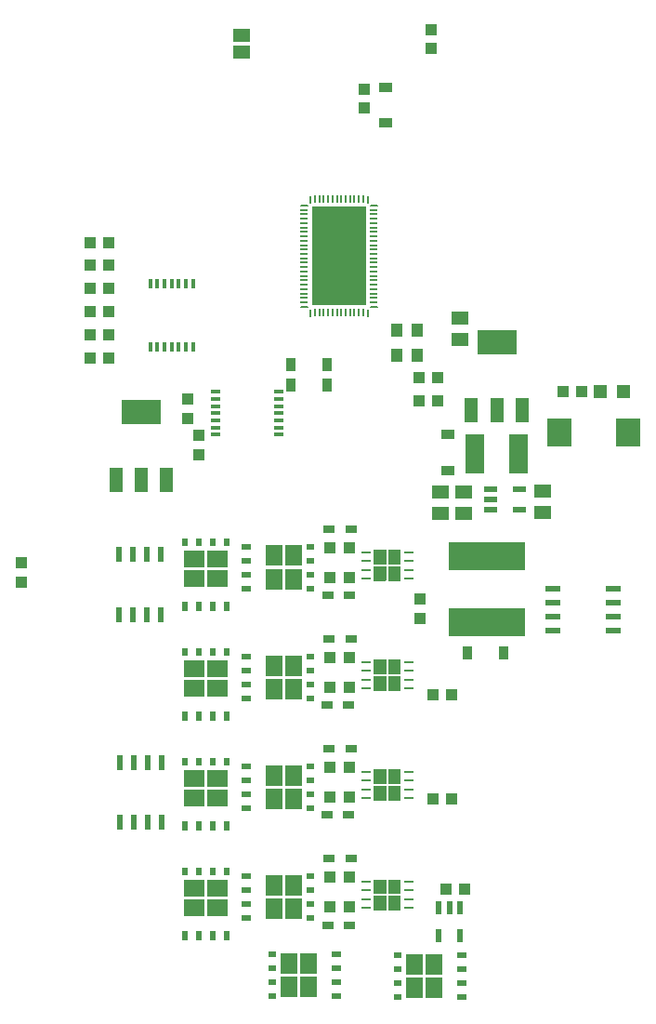
<source format=gbr>
G04 EAGLE Gerber RS-274X export*
G75*
%MOMM*%
%FSLAX34Y34*%
%LPD*%
%INSolderpaste Top*%
%IPPOS*%
%AMOC8*
5,1,8,0,0,1.08239X$1,22.5*%
G01*
%ADD10C,0.152400*%
%ADD11R,0.152400X0.754800*%
%ADD12R,0.754800X0.152400*%
%ADD13R,5.003800X8.991600*%
%ADD14R,0.850000X0.500000*%
%ADD15R,0.762000X0.508000*%
%ADD16R,1.524000X1.905000*%
%ADD17R,0.500000X0.850000*%
%ADD18R,0.508000X0.762000*%
%ADD19R,1.905000X1.524000*%
%ADD20R,1.500000X1.300000*%
%ADD21R,0.812800X0.254000*%
%ADD22R,1.000000X1.100000*%
%ADD23R,1.200000X0.550000*%
%ADD24R,1.220000X0.910000*%
%ADD25R,1.800000X3.600000*%
%ADD26R,1.100000X1.300000*%
%ADD27R,1.200000X1.200000*%
%ADD28R,0.550000X1.200000*%
%ADD29R,0.910000X1.220000*%
%ADD30R,1.100000X1.000000*%
%ADD31R,7.000000X2.500000*%
%ADD32R,1.600200X1.168400*%
%ADD33R,1.454900X0.542600*%
%ADD34R,2.310000X2.520000*%
%ADD35R,0.558800X1.460500*%
%ADD36R,0.350000X0.900000*%
%ADD37R,0.900000X0.350000*%
%ADD38R,1.219200X2.235200*%
%ADD39R,3.600000X2.200000*%
%ADD40R,1.000000X0.800000*%

G36*
X349002Y-591125D02*
X349002Y-591125D01*
X349004Y-591126D01*
X349047Y-591106D01*
X349091Y-591088D01*
X349091Y-591086D01*
X349093Y-591085D01*
X349126Y-591000D01*
X349126Y-578014D01*
X349125Y-578012D01*
X349126Y-578010D01*
X349106Y-577967D01*
X349088Y-577923D01*
X349086Y-577923D01*
X349085Y-577921D01*
X349000Y-577888D01*
X338046Y-577888D01*
X338044Y-577889D01*
X338042Y-577888D01*
X337999Y-577908D01*
X337955Y-577926D01*
X337955Y-577928D01*
X337953Y-577929D01*
X337920Y-578014D01*
X337920Y-591000D01*
X337921Y-591002D01*
X337920Y-591004D01*
X337940Y-591047D01*
X337958Y-591091D01*
X337960Y-591091D01*
X337961Y-591093D01*
X338046Y-591126D01*
X349000Y-591126D01*
X349002Y-591125D01*
G37*
G36*
X361956Y-591125D02*
X361956Y-591125D01*
X361958Y-591126D01*
X362001Y-591106D01*
X362045Y-591088D01*
X362045Y-591086D01*
X362047Y-591085D01*
X362080Y-591000D01*
X362080Y-578014D01*
X362079Y-578012D01*
X362080Y-578010D01*
X362060Y-577967D01*
X362042Y-577923D01*
X362040Y-577923D01*
X362039Y-577921D01*
X361954Y-577888D01*
X351000Y-577888D01*
X350998Y-577889D01*
X350996Y-577888D01*
X350953Y-577908D01*
X350909Y-577926D01*
X350909Y-577928D01*
X350907Y-577929D01*
X350874Y-578014D01*
X350874Y-591000D01*
X350875Y-591002D01*
X350874Y-591004D01*
X350894Y-591047D01*
X350912Y-591091D01*
X350914Y-591091D01*
X350915Y-591093D01*
X351000Y-591126D01*
X361954Y-591126D01*
X361956Y-591125D01*
G37*
G36*
X349002Y-606111D02*
X349002Y-606111D01*
X349004Y-606112D01*
X349047Y-606092D01*
X349091Y-606074D01*
X349091Y-606072D01*
X349093Y-606071D01*
X349126Y-605986D01*
X349126Y-593000D01*
X349125Y-592998D01*
X349126Y-592996D01*
X349106Y-592953D01*
X349088Y-592909D01*
X349086Y-592909D01*
X349085Y-592907D01*
X349000Y-592874D01*
X338046Y-592874D01*
X338044Y-592875D01*
X338042Y-592874D01*
X337999Y-592894D01*
X337955Y-592912D01*
X337955Y-592914D01*
X337953Y-592915D01*
X337920Y-593000D01*
X337920Y-605986D01*
X337921Y-605988D01*
X337920Y-605990D01*
X337940Y-606033D01*
X337958Y-606077D01*
X337960Y-606077D01*
X337961Y-606079D01*
X338046Y-606112D01*
X349000Y-606112D01*
X349002Y-606111D01*
G37*
G36*
X361956Y-606111D02*
X361956Y-606111D01*
X361958Y-606112D01*
X362001Y-606092D01*
X362045Y-606074D01*
X362045Y-606072D01*
X362047Y-606071D01*
X362080Y-605986D01*
X362080Y-593000D01*
X362079Y-592998D01*
X362080Y-592996D01*
X362060Y-592953D01*
X362042Y-592909D01*
X362040Y-592909D01*
X362039Y-592907D01*
X361954Y-592874D01*
X351000Y-592874D01*
X350998Y-592875D01*
X350996Y-592874D01*
X350953Y-592894D01*
X350909Y-592912D01*
X350909Y-592914D01*
X350907Y-592915D01*
X350874Y-593000D01*
X350874Y-605986D01*
X350875Y-605988D01*
X350874Y-605990D01*
X350894Y-606033D01*
X350912Y-606077D01*
X350914Y-606077D01*
X350915Y-606079D01*
X351000Y-606112D01*
X361954Y-606112D01*
X361956Y-606111D01*
G37*
G36*
X349002Y-691125D02*
X349002Y-691125D01*
X349004Y-691126D01*
X349047Y-691106D01*
X349091Y-691088D01*
X349091Y-691086D01*
X349093Y-691085D01*
X349126Y-691000D01*
X349126Y-678014D01*
X349125Y-678012D01*
X349126Y-678010D01*
X349106Y-677967D01*
X349088Y-677923D01*
X349086Y-677923D01*
X349085Y-677921D01*
X349000Y-677888D01*
X338046Y-677888D01*
X338044Y-677889D01*
X338042Y-677888D01*
X337999Y-677908D01*
X337955Y-677926D01*
X337955Y-677928D01*
X337953Y-677929D01*
X337920Y-678014D01*
X337920Y-691000D01*
X337921Y-691002D01*
X337920Y-691004D01*
X337940Y-691047D01*
X337958Y-691091D01*
X337960Y-691091D01*
X337961Y-691093D01*
X338046Y-691126D01*
X349000Y-691126D01*
X349002Y-691125D01*
G37*
G36*
X361956Y-691125D02*
X361956Y-691125D01*
X361958Y-691126D01*
X362001Y-691106D01*
X362045Y-691088D01*
X362045Y-691086D01*
X362047Y-691085D01*
X362080Y-691000D01*
X362080Y-678014D01*
X362079Y-678012D01*
X362080Y-678010D01*
X362060Y-677967D01*
X362042Y-677923D01*
X362040Y-677923D01*
X362039Y-677921D01*
X361954Y-677888D01*
X351000Y-677888D01*
X350998Y-677889D01*
X350996Y-677888D01*
X350953Y-677908D01*
X350909Y-677926D01*
X350909Y-677928D01*
X350907Y-677929D01*
X350874Y-678014D01*
X350874Y-691000D01*
X350875Y-691002D01*
X350874Y-691004D01*
X350894Y-691047D01*
X350912Y-691091D01*
X350914Y-691091D01*
X350915Y-691093D01*
X351000Y-691126D01*
X361954Y-691126D01*
X361956Y-691125D01*
G37*
G36*
X361956Y-706111D02*
X361956Y-706111D01*
X361958Y-706112D01*
X362001Y-706092D01*
X362045Y-706074D01*
X362045Y-706072D01*
X362047Y-706071D01*
X362080Y-705986D01*
X362080Y-693000D01*
X362079Y-692998D01*
X362080Y-692996D01*
X362060Y-692953D01*
X362042Y-692909D01*
X362040Y-692909D01*
X362039Y-692907D01*
X361954Y-692874D01*
X351000Y-692874D01*
X350998Y-692875D01*
X350996Y-692874D01*
X350953Y-692894D01*
X350909Y-692912D01*
X350909Y-692914D01*
X350907Y-692915D01*
X350874Y-693000D01*
X350874Y-705986D01*
X350875Y-705988D01*
X350874Y-705990D01*
X350894Y-706033D01*
X350912Y-706077D01*
X350914Y-706077D01*
X350915Y-706079D01*
X351000Y-706112D01*
X361954Y-706112D01*
X361956Y-706111D01*
G37*
G36*
X349002Y-706111D02*
X349002Y-706111D01*
X349004Y-706112D01*
X349047Y-706092D01*
X349091Y-706074D01*
X349091Y-706072D01*
X349093Y-706071D01*
X349126Y-705986D01*
X349126Y-693000D01*
X349125Y-692998D01*
X349126Y-692996D01*
X349106Y-692953D01*
X349088Y-692909D01*
X349086Y-692909D01*
X349085Y-692907D01*
X349000Y-692874D01*
X338046Y-692874D01*
X338044Y-692875D01*
X338042Y-692874D01*
X337999Y-692894D01*
X337955Y-692912D01*
X337955Y-692914D01*
X337953Y-692915D01*
X337920Y-693000D01*
X337920Y-705986D01*
X337921Y-705988D01*
X337920Y-705990D01*
X337940Y-706033D01*
X337958Y-706077D01*
X337960Y-706077D01*
X337961Y-706079D01*
X338046Y-706112D01*
X349000Y-706112D01*
X349002Y-706111D01*
G37*
G36*
X349002Y-791125D02*
X349002Y-791125D01*
X349004Y-791126D01*
X349047Y-791106D01*
X349091Y-791088D01*
X349091Y-791086D01*
X349093Y-791085D01*
X349126Y-791000D01*
X349126Y-778014D01*
X349125Y-778012D01*
X349126Y-778010D01*
X349106Y-777967D01*
X349088Y-777923D01*
X349086Y-777923D01*
X349085Y-777921D01*
X349000Y-777888D01*
X338046Y-777888D01*
X338044Y-777889D01*
X338042Y-777888D01*
X337999Y-777908D01*
X337955Y-777926D01*
X337955Y-777928D01*
X337953Y-777929D01*
X337920Y-778014D01*
X337920Y-791000D01*
X337921Y-791002D01*
X337920Y-791004D01*
X337940Y-791047D01*
X337958Y-791091D01*
X337960Y-791091D01*
X337961Y-791093D01*
X338046Y-791126D01*
X349000Y-791126D01*
X349002Y-791125D01*
G37*
G36*
X361956Y-791125D02*
X361956Y-791125D01*
X361958Y-791126D01*
X362001Y-791106D01*
X362045Y-791088D01*
X362045Y-791086D01*
X362047Y-791085D01*
X362080Y-791000D01*
X362080Y-778014D01*
X362079Y-778012D01*
X362080Y-778010D01*
X362060Y-777967D01*
X362042Y-777923D01*
X362040Y-777923D01*
X362039Y-777921D01*
X361954Y-777888D01*
X351000Y-777888D01*
X350998Y-777889D01*
X350996Y-777888D01*
X350953Y-777908D01*
X350909Y-777926D01*
X350909Y-777928D01*
X350907Y-777929D01*
X350874Y-778014D01*
X350874Y-791000D01*
X350875Y-791002D01*
X350874Y-791004D01*
X350894Y-791047D01*
X350912Y-791091D01*
X350914Y-791091D01*
X350915Y-791093D01*
X351000Y-791126D01*
X361954Y-791126D01*
X361956Y-791125D01*
G37*
G36*
X349002Y-806111D02*
X349002Y-806111D01*
X349004Y-806112D01*
X349047Y-806092D01*
X349091Y-806074D01*
X349091Y-806072D01*
X349093Y-806071D01*
X349126Y-805986D01*
X349126Y-793000D01*
X349125Y-792998D01*
X349126Y-792996D01*
X349106Y-792953D01*
X349088Y-792909D01*
X349086Y-792909D01*
X349085Y-792907D01*
X349000Y-792874D01*
X338046Y-792874D01*
X338044Y-792875D01*
X338042Y-792874D01*
X337999Y-792894D01*
X337955Y-792912D01*
X337955Y-792914D01*
X337953Y-792915D01*
X337920Y-793000D01*
X337920Y-805986D01*
X337921Y-805988D01*
X337920Y-805990D01*
X337940Y-806033D01*
X337958Y-806077D01*
X337960Y-806077D01*
X337961Y-806079D01*
X338046Y-806112D01*
X349000Y-806112D01*
X349002Y-806111D01*
G37*
G36*
X361956Y-806111D02*
X361956Y-806111D01*
X361958Y-806112D01*
X362001Y-806092D01*
X362045Y-806074D01*
X362045Y-806072D01*
X362047Y-806071D01*
X362080Y-805986D01*
X362080Y-793000D01*
X362079Y-792998D01*
X362080Y-792996D01*
X362060Y-792953D01*
X362042Y-792909D01*
X362040Y-792909D01*
X362039Y-792907D01*
X361954Y-792874D01*
X351000Y-792874D01*
X350998Y-792875D01*
X350996Y-792874D01*
X350953Y-792894D01*
X350909Y-792912D01*
X350909Y-792914D01*
X350907Y-792915D01*
X350874Y-793000D01*
X350874Y-805986D01*
X350875Y-805988D01*
X350874Y-805990D01*
X350894Y-806033D01*
X350912Y-806077D01*
X350914Y-806077D01*
X350915Y-806079D01*
X351000Y-806112D01*
X361954Y-806112D01*
X361956Y-806111D01*
G37*
G36*
X349002Y-891125D02*
X349002Y-891125D01*
X349004Y-891126D01*
X349047Y-891106D01*
X349091Y-891088D01*
X349091Y-891086D01*
X349093Y-891085D01*
X349126Y-891000D01*
X349126Y-878014D01*
X349125Y-878012D01*
X349126Y-878010D01*
X349106Y-877967D01*
X349088Y-877923D01*
X349086Y-877923D01*
X349085Y-877921D01*
X349000Y-877888D01*
X338046Y-877888D01*
X338044Y-877889D01*
X338042Y-877888D01*
X337999Y-877908D01*
X337955Y-877926D01*
X337955Y-877928D01*
X337953Y-877929D01*
X337920Y-878014D01*
X337920Y-891000D01*
X337921Y-891002D01*
X337920Y-891004D01*
X337940Y-891047D01*
X337958Y-891091D01*
X337960Y-891091D01*
X337961Y-891093D01*
X338046Y-891126D01*
X349000Y-891126D01*
X349002Y-891125D01*
G37*
G36*
X361956Y-891125D02*
X361956Y-891125D01*
X361958Y-891126D01*
X362001Y-891106D01*
X362045Y-891088D01*
X362045Y-891086D01*
X362047Y-891085D01*
X362080Y-891000D01*
X362080Y-878014D01*
X362079Y-878012D01*
X362080Y-878010D01*
X362060Y-877967D01*
X362042Y-877923D01*
X362040Y-877923D01*
X362039Y-877921D01*
X361954Y-877888D01*
X351000Y-877888D01*
X350998Y-877889D01*
X350996Y-877888D01*
X350953Y-877908D01*
X350909Y-877926D01*
X350909Y-877928D01*
X350907Y-877929D01*
X350874Y-878014D01*
X350874Y-891000D01*
X350875Y-891002D01*
X350874Y-891004D01*
X350894Y-891047D01*
X350912Y-891091D01*
X350914Y-891091D01*
X350915Y-891093D01*
X351000Y-891126D01*
X361954Y-891126D01*
X361956Y-891125D01*
G37*
G36*
X349002Y-906111D02*
X349002Y-906111D01*
X349004Y-906112D01*
X349047Y-906092D01*
X349091Y-906074D01*
X349091Y-906072D01*
X349093Y-906071D01*
X349126Y-905986D01*
X349126Y-893000D01*
X349125Y-892998D01*
X349126Y-892996D01*
X349106Y-892953D01*
X349088Y-892909D01*
X349086Y-892909D01*
X349085Y-892907D01*
X349000Y-892874D01*
X338046Y-892874D01*
X338044Y-892875D01*
X338042Y-892874D01*
X337999Y-892894D01*
X337955Y-892912D01*
X337955Y-892914D01*
X337953Y-892915D01*
X337920Y-893000D01*
X337920Y-905986D01*
X337921Y-905988D01*
X337920Y-905990D01*
X337940Y-906033D01*
X337958Y-906077D01*
X337960Y-906077D01*
X337961Y-906079D01*
X338046Y-906112D01*
X349000Y-906112D01*
X349002Y-906111D01*
G37*
G36*
X361956Y-906111D02*
X361956Y-906111D01*
X361958Y-906112D01*
X362001Y-906092D01*
X362045Y-906074D01*
X362045Y-906072D01*
X362047Y-906071D01*
X362080Y-905986D01*
X362080Y-893000D01*
X362079Y-892998D01*
X362080Y-892996D01*
X362060Y-892953D01*
X362042Y-892909D01*
X362040Y-892909D01*
X362039Y-892907D01*
X361954Y-892874D01*
X351000Y-892874D01*
X350998Y-892875D01*
X350996Y-892874D01*
X350953Y-892894D01*
X350909Y-892912D01*
X350909Y-892914D01*
X350907Y-892915D01*
X350874Y-893000D01*
X350874Y-905986D01*
X350875Y-905988D01*
X350874Y-905990D01*
X350894Y-906033D01*
X350912Y-906077D01*
X350914Y-906077D01*
X350915Y-906079D01*
X351000Y-906112D01*
X361954Y-906112D01*
X361956Y-906111D01*
G37*
D10*
X332200Y-255763D02*
X332200Y-261787D01*
D11*
X328200Y-258775D03*
X324200Y-258775D03*
X320200Y-258775D03*
X316200Y-258775D03*
X312200Y-258775D03*
X308200Y-258775D03*
X304200Y-258775D03*
X300200Y-258775D03*
X296200Y-258775D03*
X292200Y-258775D03*
X288200Y-258775D03*
X284200Y-258775D03*
D10*
X280200Y-255763D02*
X280200Y-261787D01*
X277426Y-264500D02*
X271402Y-264500D01*
D12*
X274414Y-268500D03*
X274414Y-272500D03*
X274414Y-276500D03*
X274414Y-280500D03*
X274414Y-284500D03*
X274414Y-288500D03*
X274414Y-292500D03*
X274414Y-296500D03*
X274414Y-300500D03*
X274414Y-304500D03*
X274414Y-308500D03*
X274414Y-312500D03*
X274414Y-316500D03*
X274414Y-320500D03*
X274414Y-324500D03*
X274414Y-328500D03*
X274414Y-332500D03*
X274414Y-336500D03*
X274414Y-340500D03*
X274414Y-344500D03*
X274414Y-348500D03*
X274414Y-352500D03*
D10*
X277426Y-356500D02*
X271402Y-356500D01*
X280200Y-359213D02*
X280200Y-365237D01*
D11*
X284200Y-362225D03*
X288200Y-362225D03*
X292200Y-362225D03*
X296200Y-362225D03*
X300200Y-362225D03*
X304200Y-362225D03*
X308200Y-362225D03*
X312200Y-362225D03*
X316200Y-362225D03*
X320200Y-362225D03*
X324200Y-362225D03*
X328200Y-362225D03*
D10*
X332200Y-359213D02*
X332200Y-365237D01*
X334974Y-356500D02*
X340998Y-356500D01*
D12*
X337986Y-352500D03*
X337986Y-348500D03*
X337986Y-344500D03*
X337986Y-340500D03*
X337986Y-336500D03*
X337986Y-332500D03*
X337986Y-328500D03*
X337986Y-324500D03*
X337986Y-320500D03*
X337986Y-316500D03*
X337986Y-312500D03*
X337986Y-308500D03*
X337986Y-304500D03*
X337986Y-300500D03*
X337986Y-296500D03*
X337986Y-292500D03*
X337986Y-288500D03*
X337986Y-284500D03*
X337986Y-280500D03*
X337986Y-276500D03*
X337986Y-272500D03*
X337986Y-268500D03*
D10*
X340998Y-264500D02*
X334974Y-264500D01*
D13*
X306200Y-310500D03*
D14*
X222000Y-874950D03*
X222000Y-887650D03*
X222000Y-900350D03*
X222000Y-913050D03*
D15*
X280210Y-874950D03*
X280210Y-887650D03*
X280210Y-900350D03*
X280210Y-913050D03*
D16*
X264970Y-883205D03*
X264970Y-904795D03*
X247190Y-904795D03*
X247190Y-883205D03*
D17*
X165950Y-929000D03*
X178650Y-929000D03*
X191350Y-929000D03*
X204050Y-929000D03*
D18*
X165950Y-870790D03*
X178650Y-870790D03*
X191350Y-870790D03*
X204050Y-870790D03*
D19*
X174205Y-886030D03*
X195795Y-886030D03*
X195795Y-903810D03*
X174205Y-903810D03*
D17*
X165950Y-829000D03*
X178650Y-829000D03*
X191350Y-829000D03*
X204050Y-829000D03*
D18*
X165950Y-770790D03*
X178650Y-770790D03*
X191350Y-770790D03*
X204050Y-770790D03*
D19*
X174205Y-786030D03*
X195795Y-786030D03*
X195795Y-803810D03*
X174205Y-803810D03*
D14*
X222000Y-774950D03*
X222000Y-787650D03*
X222000Y-800350D03*
X222000Y-813050D03*
D15*
X280210Y-774950D03*
X280210Y-787650D03*
X280210Y-800350D03*
X280210Y-813050D03*
D16*
X264970Y-783205D03*
X264970Y-804795D03*
X247190Y-804795D03*
X247190Y-783205D03*
D14*
X222000Y-674950D03*
X222000Y-687650D03*
X222000Y-700350D03*
X222000Y-713050D03*
D15*
X280210Y-674950D03*
X280210Y-687650D03*
X280210Y-700350D03*
X280210Y-713050D03*
D16*
X264970Y-683205D03*
X264970Y-704795D03*
X247190Y-704795D03*
X247190Y-683205D03*
D14*
X222000Y-574950D03*
X222000Y-587650D03*
X222000Y-600350D03*
X222000Y-613050D03*
D15*
X280210Y-574950D03*
X280210Y-587650D03*
X280210Y-600350D03*
X280210Y-613050D03*
D16*
X264970Y-583205D03*
X264970Y-604795D03*
X247190Y-604795D03*
X247190Y-583205D03*
D17*
X165950Y-629000D03*
X178650Y-629000D03*
X191350Y-629000D03*
X204050Y-629000D03*
D18*
X165950Y-570790D03*
X178650Y-570790D03*
X191350Y-570790D03*
X204050Y-570790D03*
D19*
X174205Y-586030D03*
X195795Y-586030D03*
X195795Y-603810D03*
X174205Y-603810D03*
D17*
X165950Y-729000D03*
X178650Y-729000D03*
X191350Y-729000D03*
X204050Y-729000D03*
D18*
X165950Y-670790D03*
X178650Y-670790D03*
X191350Y-670790D03*
X204050Y-670790D03*
D19*
X174205Y-686030D03*
X195795Y-686030D03*
X195795Y-703810D03*
X174205Y-703810D03*
D14*
X303750Y-984300D03*
X303750Y-971600D03*
X303750Y-958900D03*
X303750Y-946200D03*
D15*
X245540Y-984300D03*
X245540Y-971600D03*
X245540Y-958900D03*
X245540Y-946200D03*
D16*
X260780Y-976045D03*
X260780Y-954455D03*
X278560Y-954455D03*
X278560Y-976045D03*
D14*
X417750Y-984800D03*
X417750Y-972100D03*
X417750Y-959400D03*
X417750Y-946700D03*
D15*
X359540Y-984800D03*
X359540Y-972100D03*
X359540Y-959400D03*
X359540Y-946700D03*
D16*
X374780Y-976545D03*
X374780Y-954955D03*
X392560Y-954955D03*
X392560Y-976545D03*
D20*
X416000Y-386000D03*
X416000Y-367000D03*
D21*
X369431Y-604000D03*
X369431Y-596000D03*
X369431Y-588000D03*
X369431Y-580000D03*
X330569Y-580000D03*
X330569Y-588000D03*
X330569Y-596000D03*
X330569Y-604000D03*
D22*
X379750Y-640000D03*
X379750Y-623000D03*
D23*
X444500Y-522750D03*
X444500Y-532250D03*
X444500Y-541750D03*
X470500Y-541750D03*
X470500Y-522750D03*
D24*
X405000Y-505875D03*
X405000Y-473125D03*
D20*
X420000Y-544500D03*
X420000Y-525500D03*
X398250Y-525500D03*
X398250Y-544500D03*
D25*
X470000Y-490500D03*
X430000Y-490500D03*
D22*
X79000Y-340000D03*
X96000Y-340000D03*
X79000Y-319000D03*
X96000Y-319000D03*
X395750Y-442500D03*
X378750Y-442500D03*
D26*
X377500Y-400750D03*
X377500Y-377750D03*
X358500Y-377750D03*
X358500Y-400750D03*
D27*
X565500Y-433500D03*
X544500Y-433500D03*
D22*
X527500Y-433500D03*
X510500Y-433500D03*
X79000Y-403000D03*
X96000Y-403000D03*
X79000Y-382000D03*
X96000Y-382000D03*
X79000Y-361000D03*
X96000Y-361000D03*
D28*
X416250Y-903500D03*
X406750Y-903500D03*
X397250Y-903500D03*
X397250Y-929500D03*
X416250Y-929500D03*
D22*
X395750Y-421500D03*
X378750Y-421500D03*
D29*
X295375Y-409000D03*
X262625Y-409000D03*
D20*
X491750Y-543750D03*
X491750Y-524750D03*
D22*
X79000Y-298000D03*
X96000Y-298000D03*
D24*
X349000Y-156625D03*
X349000Y-189375D03*
D30*
X329000Y-175500D03*
X329000Y-158500D03*
D31*
X440750Y-643750D03*
X440750Y-583750D03*
D32*
X217500Y-109630D03*
X217500Y-124870D03*
D22*
X298250Y-575750D03*
X315250Y-575750D03*
X298250Y-602750D03*
X315250Y-602750D03*
D21*
X369431Y-704000D03*
X369431Y-696000D03*
X369431Y-688000D03*
X369431Y-680000D03*
X330569Y-680000D03*
X330569Y-688000D03*
X330569Y-696000D03*
X330569Y-704000D03*
D30*
X408500Y-709750D03*
X391500Y-709750D03*
D22*
X298250Y-675750D03*
X315250Y-675750D03*
X298250Y-702750D03*
X315250Y-702750D03*
D21*
X369431Y-804000D03*
X369431Y-796000D03*
X369431Y-788000D03*
X369431Y-780000D03*
X330569Y-780000D03*
X330569Y-788000D03*
X330569Y-796000D03*
X330569Y-804000D03*
D30*
X408500Y-804500D03*
X391500Y-804500D03*
D22*
X298250Y-775750D03*
X315250Y-775750D03*
X298250Y-802750D03*
X315250Y-802750D03*
D21*
X369431Y-904000D03*
X369431Y-896000D03*
X369431Y-888000D03*
X369431Y-880000D03*
X330569Y-880000D03*
X330569Y-888000D03*
X330569Y-896000D03*
X330569Y-904000D03*
D30*
X421000Y-886500D03*
X404000Y-886500D03*
D22*
X298250Y-875750D03*
X315250Y-875750D03*
X298250Y-902750D03*
X315250Y-902750D03*
D33*
X555713Y-651050D03*
X555713Y-638350D03*
X555713Y-625650D03*
X555713Y-612950D03*
X501287Y-612950D03*
X501287Y-625650D03*
X501287Y-638350D03*
X501287Y-651050D03*
D30*
X390500Y-121500D03*
X390500Y-104500D03*
D29*
X455875Y-671750D03*
X423125Y-671750D03*
D34*
X507250Y-471250D03*
X569250Y-471250D03*
D35*
X144050Y-582259D03*
X131350Y-582259D03*
X118650Y-582259D03*
X105950Y-582259D03*
X105950Y-636742D03*
X118650Y-636742D03*
X131350Y-636742D03*
X144050Y-636742D03*
X144550Y-771259D03*
X131850Y-771259D03*
X119150Y-771259D03*
X106450Y-771259D03*
X106450Y-825742D03*
X119150Y-825742D03*
X131850Y-825742D03*
X144550Y-825742D03*
D30*
X168000Y-458000D03*
X168000Y-441000D03*
D36*
X173000Y-335250D03*
X166500Y-335250D03*
X160000Y-335250D03*
X153500Y-335250D03*
X147000Y-335250D03*
X140500Y-335250D03*
X134000Y-335250D03*
X134000Y-392750D03*
X140500Y-392750D03*
X147000Y-392750D03*
X153500Y-392750D03*
X160000Y-392750D03*
X166500Y-392750D03*
X173000Y-392750D03*
D37*
X193750Y-434000D03*
X193750Y-440500D03*
X193750Y-447000D03*
X193750Y-453500D03*
X193750Y-460000D03*
X193750Y-466500D03*
X193750Y-473000D03*
X251250Y-473000D03*
X251250Y-466500D03*
X251250Y-460000D03*
X251250Y-453500D03*
X251250Y-447000D03*
X251250Y-440500D03*
X251250Y-434000D03*
D29*
X295375Y-427500D03*
X262625Y-427500D03*
D22*
X178500Y-474000D03*
X178500Y-491000D03*
D30*
X17000Y-590000D03*
X17000Y-607000D03*
D38*
X426886Y-450988D03*
X450000Y-450988D03*
X473114Y-450988D03*
D39*
X450000Y-389010D03*
D38*
X102886Y-514488D03*
X126000Y-514488D03*
X149114Y-514488D03*
D39*
X126000Y-452510D03*
D40*
X297000Y-559000D03*
X317000Y-559000D03*
X297000Y-659000D03*
X317000Y-659000D03*
X297000Y-759000D03*
X317000Y-759000D03*
X297000Y-859000D03*
X317000Y-859000D03*
X295000Y-719000D03*
X315000Y-719000D03*
X296000Y-619000D03*
X316000Y-619000D03*
X295000Y-819000D03*
X315000Y-819000D03*
X296000Y-920000D03*
X316000Y-920000D03*
M02*

</source>
